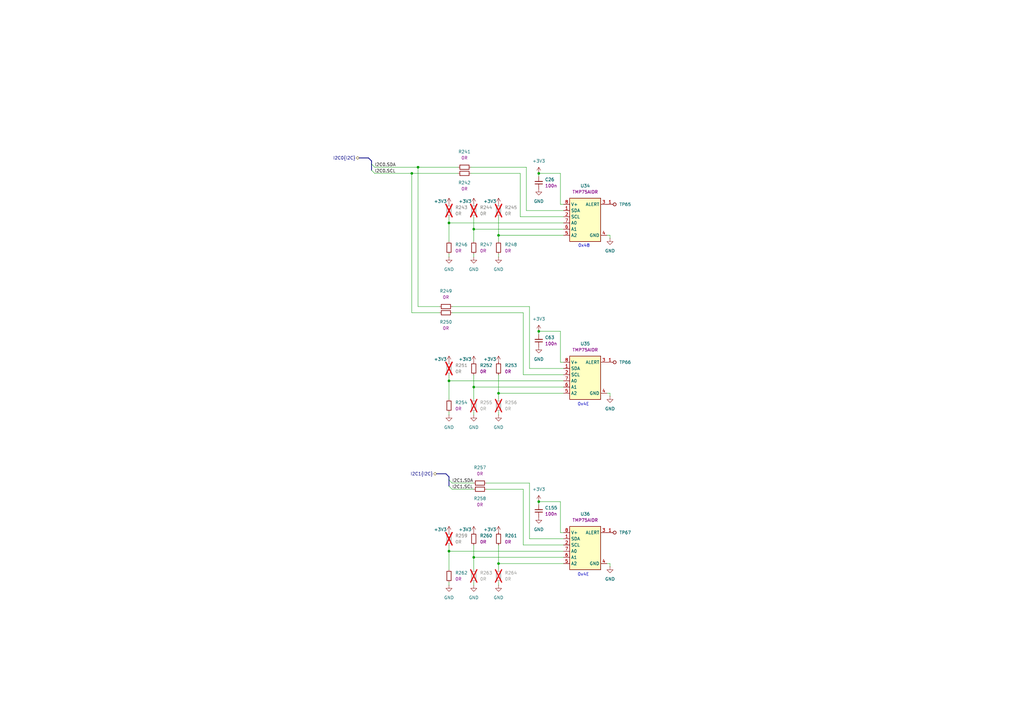
<source format=kicad_sch>
(kicad_sch (version 20250114) (generator "eeschema") (generator_version "9.0")
  (paper "A3")
  (title_block (title "BMC Reference Carrier Board") (date "2025-08-14") (rev "1.0.0"))
  (lib_symbols
    (symbol "antmicroCapacitors0402:C_100n_0402" (pin_numbers (hide yes)) (pin_names (hide yes))
      (property "Reference" "C" (at 20.32 -5.08 0))
      (property "Val" "100n" (at 20.32 -7.62 0))
      (symbol "C_100n_0402_0_1"
        (polyline (pts (xy 2.032 -1.524) (xy 2.032 1.524)) (stroke (width 0.3048)))
        (polyline (pts (xy 3.048 -1.524) (xy 3.048 1.524)) (stroke (width 0.3302)))
      )
      (symbol "C_100n_0402_1_1"
        (pin passive line (at 0 0 0) (length 2.032) (name "~") (number "1"))
        (pin passive line (at 5.08 0 180) (length 2.032) (name "~") (number "2"))
      )
    )
    (symbol "antmicroResistors0402:R_0R_0402" (pin_numbers (hide yes)) (pin_names (hide yes))
      (property "Reference" "R" (at 20.32 -5.08 0))
      (property "Val" "0R" (at 20.32 -7.62 0))
      (symbol "R_0R_0402_0_1"
        (rectangle (start 0.635 0.889) (end 4.445 -0.889) (stroke (width 0.254)))
      )
      (symbol "R_0R_0402_1_1"
        (pin passive line (at 0 0 0) (length 0.635) (name "~") (number "1"))
        (pin passive line (at 5.08 0 180) (length 0.635) (name "~") (number "2"))
      )
    )
    (symbol "antmicroTemperatureSensorsAnalogandDigitalOutput:TMP75AIDR"
      (property "Reference" "U" (at 33.02 -2.54 0))
      (property "MPN" "TMP75AIDR" (at 33.02 -5.08 0))
      (symbol "TMP75AIDR_1_1"
        (rectangle (start 2.54 2.54) (end 15.24 -15.24) (stroke (width 0.254)) (fill (type background)))
        (pin power_in line (at 0 0 0) (length 2.54) (name "V+") (number "8"))
        (pin bidirectional line (at 0 -2.54 0) (length 2.54) (name "SDA") (number "1"))
        (pin input line (at 0 -5.08 0) (length 2.54) (name "SCL") (number "2"))
        (pin input line (at 0 -7.62 0) (length 2.54) (name "A0") (number "7"))
        (pin input line (at 0 -10.16 0) (length 2.54) (name "A1") (number "6"))
        (pin input line (at 0 -12.7 0) (length 2.54) (name "A2") (number "5"))
        (pin output line (at 17.78 0 180) (length 2.54) (name "ALERT") (number "3"))
        (pin power_in line (at 17.78 -12.7 180) (length 2.54) (name "GND") (number "4"))
      )
    )
    (symbol "antmicroTestPoints:TP_0.75mm_SMD" (pin_names (hide yes)) (in_bom no)
      (property "Reference" "TP" (at 10.16 -1.27 0))
      (symbol "TP_0.75mm_SMD_1_1"
        (circle (center 3.175 0) (radius 0.635) (stroke (width 0.254)))
        (pin passive line (at 0 0 0) (length 2.54) (name "1") (number "1"))
      )
    )
    (symbol "antmicropower:+3V3" (power) (pin_numbers (hide yes)) (pin_names (hide yes))
      (property "Value" "+3V3" (at -3.175 2.54 0))
      (symbol "+3V3_0_1"
        (polyline (pts (xy 0 2.54) (xy -0.762 1.27)))
        (polyline (pts (xy 0 2.54) (xy 0.762 1.27)))
        (polyline (pts (xy 0 0) (xy 0 2.54)))
      )
      (symbol "+3V3_1_1"
        (pin power_in line (at 0 0 90) (length 0) (hide yes) (name "+3V3") (number "1"))
      )
    )
    (symbol "antmicropower:GND" (power) (pin_numbers (hide yes)) (pin_names (hide yes))
      (property "Value" "GND" (at 8.89 -5.08 0))
      (symbol "GND_1_1"
        (polyline (pts (xy 0 0) (xy 0 -1.27) (xy 1.27 -1.27) (xy 0 -2.54) (xy -1.27 -1.27) (xy 0 -1.27)))
        (pin power_in line (at 0 0 270) (length 0) (name "GND") (number "1"))
      )
    )
  )
  (text "0x48\n" (at 239.522 100.838 0) (effects (font (size 1.27 1.27))))
  (text "0x4E\n" (at 239.268 165.862 0) (effects (font (size 1.27 1.27))))
  (text "0x4E\n" (at 239.268 235.712 0) (effects (font (size 1.27 1.27))))
  (junction (at 194.31 228.6))
  (junction (at 220.98 71.12))
  (junction (at 184.15 91.44))
  (junction (at 184.15 156.21))
  (junction (at 220.98 205.74))
  (junction (at 184.15 226.06))
  (junction (at 204.47 96.52))
  (junction (at 171.45 68.58))
  (junction (at 194.31 158.75))
  (junction (at 220.98 135.89))
  (junction (at 194.31 93.98))
  (junction (at 168.91 71.12))
  (junction (at 204.47 161.29))
  (junction (at 204.47 231.14))
  (bus_entry (at 152.4 69.85) (size 1.27 1.27))
  (bus_entry (at 152.4 67.31) (size 1.27 1.27))
  (bus_entry (at 184.15 196.85) (size 1.27 1.27))
  (bus_entry (at 184.15 199.39) (size 1.27 1.27))
  (wire (pts (xy 204.47 231.14) (xy 231.14 231.14)))
  (wire (pts (xy 184.15 223.52) (xy 184.15 226.06)))
  (wire (pts (xy 214.63 200.66) (xy 199.39 200.66)))
  (wire (pts (xy 217.17 220.98) (xy 231.14 220.98)))
  (bus (pts (xy 184.15 196.85) (xy 184.15 199.39)))
  (wire (pts (xy 229.87 71.12) (xy 220.98 71.12)))
  (wire (pts (xy 250.19 231.14) (xy 250.19 232.41)))
  (wire (pts (xy 220.98 205.74) (xy 220.98 207.01)))
  (wire (pts (xy 184.15 226.06) (xy 184.15 233.68)))
  (wire (pts (xy 214.63 128.27) (xy 214.63 153.67)))
  (wire (pts (xy 229.87 205.74) (xy 220.98 205.74)))
  (wire (pts (xy 231.14 88.9) (xy 213.36 88.9)))
  (wire (pts (xy 194.31 228.6) (xy 194.31 233.68)))
  (bus (pts (xy 152.4 66.04) (xy 152.4 67.31)))
  (wire (pts (xy 184.15 88.9) (xy 184.15 91.44)))
  (wire (pts (xy 204.47 104.14) (xy 204.47 105.41)))
  (wire (pts (xy 229.87 83.82) (xy 229.87 71.12)))
  (wire (pts (xy 184.15 156.21) (xy 231.14 156.21)))
  (wire (pts (xy 204.47 238.76) (xy 204.47 240.03)))
  (wire (pts (xy 204.47 231.14) (xy 204.47 233.68)))
  (wire (pts (xy 229.87 135.89) (xy 220.98 135.89)))
  (wire (pts (xy 204.47 161.29) (xy 231.14 161.29)))
  (wire (pts (xy 184.15 238.76) (xy 184.15 240.03)))
  (wire (pts (xy 217.17 198.12) (xy 217.17 220.98)))
  (wire (pts (xy 229.87 218.44) (xy 231.14 218.44)))
  (wire (pts (xy 184.15 91.44) (xy 231.14 91.44)))
  (wire (pts (xy 248.92 231.14) (xy 250.19 231.14)))
  (wire (pts (xy 194.31 168.91) (xy 194.31 170.18)))
  (wire (pts (xy 204.47 223.52) (xy 204.47 231.14)))
  (wire (pts (xy 194.31 158.75) (xy 231.14 158.75)))
  (bus (pts (xy 179.07 194.31) (xy 182.88 194.31)))
  (wire (pts (xy 171.45 68.58) (xy 171.45 125.73)))
  (wire (pts (xy 215.9 86.36) (xy 231.14 86.36)))
  (wire (pts (xy 185.42 125.73) (xy 217.17 125.73)))
  (wire (pts (xy 213.36 71.12) (xy 193.04 71.12)))
  (wire (pts (xy 229.87 83.82) (xy 231.14 83.82)))
  (wire (pts (xy 220.98 135.89) (xy 220.98 137.16)))
  (wire (pts (xy 204.47 88.9) (xy 204.47 96.52)))
  (bus (pts (xy 184.15 195.58) (xy 184.15 196.85)))
  (wire (pts (xy 248.92 96.52) (xy 250.19 96.52)))
  (bus (pts (xy 182.88 194.31) (xy 184.15 195.58)))
  (wire (pts (xy 214.63 223.52) (xy 214.63 200.66)))
  (wire (pts (xy 199.39 198.12) (xy 217.17 198.12)))
  (wire (pts (xy 184.15 226.06) (xy 231.14 226.06)))
  (wire (pts (xy 204.47 161.29) (xy 204.47 163.83)))
  (wire (pts (xy 193.04 68.58) (xy 215.9 68.58)))
  (wire (pts (xy 231.14 223.52) (xy 214.63 223.52)))
  (wire (pts (xy 248.92 161.29) (xy 250.19 161.29)))
  (wire (pts (xy 194.31 88.9) (xy 194.31 93.98)))
  (wire (pts (xy 214.63 153.67) (xy 231.14 153.67)))
  (wire (pts (xy 184.15 168.91) (xy 184.15 170.18)))
  (wire (pts (xy 229.87 148.59) (xy 231.14 148.59)))
  (wire (pts (xy 204.47 168.91) (xy 204.47 170.18)))
  (wire (pts (xy 184.15 91.44) (xy 184.15 99.06)))
  (wire (pts (xy 194.31 228.6) (xy 231.14 228.6)))
  (wire (pts (xy 204.47 96.52) (xy 204.47 99.06)))
  (wire (pts (xy 184.15 104.14) (xy 184.15 105.41)))
  (wire (pts (xy 250.19 96.52) (xy 250.19 97.79)))
  (bus (pts (xy 152.4 67.31) (xy 152.4 69.85)))
  (wire (pts (xy 185.42 198.12) (xy 194.31 198.12)))
  (wire (pts (xy 217.17 125.73) (xy 217.17 151.13)))
  (wire (pts (xy 204.47 96.52) (xy 231.14 96.52)))
  (wire (pts (xy 194.31 93.98) (xy 231.14 93.98)))
  (wire (pts (xy 194.31 223.52) (xy 194.31 228.6)))
  (wire (pts (xy 184.15 153.67) (xy 184.15 156.21)))
  (wire (pts (xy 153.67 68.58) (xy 171.45 68.58)))
  (wire (pts (xy 194.31 238.76) (xy 194.31 240.03)))
  (wire (pts (xy 185.42 200.66) (xy 194.31 200.66)))
  (wire (pts (xy 215.9 68.58) (xy 215.9 86.36)))
  (wire (pts (xy 194.31 153.67) (xy 194.31 158.75)))
  (wire (pts (xy 213.36 88.9) (xy 213.36 71.12)))
  (wire (pts (xy 168.91 128.27) (xy 180.34 128.27)))
  (wire (pts (xy 194.31 93.98) (xy 194.31 99.06)))
  (wire (pts (xy 184.15 156.21) (xy 184.15 163.83)))
  (wire (pts (xy 168.91 71.12) (xy 187.96 71.12)))
  (bus (pts (xy 151.13 64.77) (xy 152.4 66.04)))
  (wire (pts (xy 171.45 68.58) (xy 187.96 68.58)))
  (wire (pts (xy 229.87 148.59) (xy 229.87 135.89)))
  (wire (pts (xy 153.67 71.12) (xy 168.91 71.12)))
  (wire (pts (xy 204.47 153.67) (xy 204.47 161.29)))
  (wire (pts (xy 194.31 158.75) (xy 194.31 163.83)))
  (bus (pts (xy 147.32 64.77) (xy 151.13 64.77)))
  (wire (pts (xy 185.42 128.27) (xy 214.63 128.27)))
  (wire (pts (xy 229.87 218.44) (xy 229.87 205.74)))
  (wire (pts (xy 168.91 128.27) (xy 168.91 71.12)))
  (wire (pts (xy 171.45 125.73) (xy 180.34 125.73)))
  (wire (pts (xy 220.98 71.12) (xy 220.98 72.39)))
  (wire (pts (xy 250.19 161.29) (xy 250.19 162.56)))
  (wire (pts (xy 194.31 104.14) (xy 194.31 105.41)))
  (wire (pts (xy 217.17 151.13) (xy 231.14 151.13)))
  (label "I2C0.SCL" (at 153.67 71.12 0))
  (label "I2C1.SDA" (at 185.42 198.12 0))
  (label "I2C0.SDA" (at 153.67 68.58 0))
  (label "I2C1.SCL" (at 185.42 200.66 0))
  (hierarchical_label "I2C1{I2C}" (shape bidirectional) (at 179.07 194.31 180))
  (hierarchical_label "I2C0{I2C}" (shape bidirectional) (at 147.32 64.77 180))
  (symbol (lib_id "antmicroResistors0402:R_0R_0402") (at 184.15 238.76 90) (unit 1)
    (property "Reference" "R262" (at 186.69 234.95 90) (effects (justify right)))
    (property "Value" "R_0R_0402" (effects (hide yes)))
    (property "Footprint" "antmicro-footprints:R_0402_1005Metric" (effects (hide yes)))
    (property "Datasheet" "https://industrial.panasonic.com/cdbs/www-data/pdf/RDA0000/AOA0000C301.pdf" (effects (hide yes)))
    (property "Description" "SMD Chip Resistor, Jumper, 0 ohm, 100 mW, 0402 [1005 Metric], Thick Film, General Purpose" (effects (hide yes)))
    (property "MPN" "ERJ2GE0R00X" (effects (hide yes)))
    (property "Manufacturer" "Panasonic" (effects (hide yes)))
    (property "License" "Apache-2.0" (effects (hide yes)))
    (property "Author" "Antmicro" (effects (hide yes)))
    (property "Val" "0R" (at 186.69 237.49 90) (effects (justify right)))
    (property "Current" "1A" (effects (hide yes)))
  )
  (symbol (lib_id "antmicropower:+3V3") (at 184.15 148.59 0) (unit 1)
    (property "Reference" "#PWR0283" (effects (hide yes)))
    (property "Value" "+3V3" (at 180.594 147.32 0))
    (property "Author" "Antmicro" (effects (hide yes)))
    (property "License" "Apache-2.0" (effects (hide yes)))
  )
  (symbol (lib_id "antmicroResistors0402:R_0R_0402") (at 180.34 128.27 0) (unit 1)
    (property "Reference" "R250" (at 182.88 132.08 0))
    (property "Value" "R_0R_0402" (effects (hide yes)))
    (property "Footprint" "antmicro-footprints:R_0402_1005Metric" (effects (hide yes)))
    (property "Datasheet" "https://industrial.panasonic.com/cdbs/www-data/pdf/RDA0000/AOA0000C301.pdf" (effects (hide yes)))
    (property "Description" "SMD Chip Resistor, Jumper, 0 ohm, 100 mW, 0402 [1005 Metric], Thick Film, General Purpose" (effects (hide yes)))
    (property "MPN" "ERJ2GE0R00X" (effects (hide yes)))
    (property "Manufacturer" "Panasonic" (effects (hide yes)))
    (property "License" "Apache-2.0" (effects (hide yes)))
    (property "Author" "Antmicro" (effects (hide yes)))
    (property "Val" "0R" (at 182.88 134.62 0))
    (property "Current" "1A" (effects (hide yes)))
  )
  (symbol (lib_id "antmicroResistors0402:R_0R_0402") (at 204.47 168.91 90) (unit 1) (in_bom no) (dnp yes)
    (property "Reference" "R256" (at 207.01 165.1 90) (effects (justify right)))
    (property "Value" "R_0R_0402" (effects (hide yes)))
    (property "Footprint" "antmicro-footprints:R_0402_1005Metric" (effects (hide yes)))
    (property "Datasheet" "https://industrial.panasonic.com/cdbs/www-data/pdf/RDA0000/AOA0000C301.pdf" (effects (hide yes)))
    (property "Description" "SMD Chip Resistor, Jumper, 0 ohm, 100 mW, 0402 [1005 Metric], Thick Film, General Purpose" (effects (hide yes)))
    (property "MPN" "ERJ2GE0R00X" (effects (hide yes)))
    (property "Manufacturer" "Panasonic" (effects (hide yes)))
    (property "License" "Apache-2.0" (effects (hide yes)))
    (property "Author" "Antmicro" (effects (hide yes)))
    (property "Val" "0R" (at 207.01 167.64 90) (effects (justify right)))
    (property "Current" "1A" (effects (hide yes)))
  )
  (symbol (lib_id "antmicroResistors0402:R_0R_0402") (at 194.31 153.67 90) (unit 1)
    (property "Reference" "R252" (at 196.85 149.86 90) (effects (justify right)))
    (property "Value" "R_0R_0402" (effects (hide yes)))
    (property "Footprint" "antmicro-footprints:R_0402_1005Metric" (effects (hide yes)))
    (property "Datasheet" "https://industrial.panasonic.com/cdbs/www-data/pdf/RDA0000/AOA0000C301.pdf" (effects (hide yes)))
    (property "Description" "SMD Chip Resistor, Jumper, 0 ohm, 100 mW, 0402 [1005 Metric], Thick Film, General Purpose" (effects (hide yes)))
    (property "MPN" "ERJ2GE0R00X" (effects (hide yes)))
    (property "Manufacturer" "Panasonic" (effects (hide yes)))
    (property "License" "Apache-2.0" (effects (hide yes)))
    (property "Author" "Antmicro" (effects (hide yes)))
    (property "Val" "0R" (at 196.85 152.4 90) (effects (justify right)))
    (property "Current" "1A" (effects (hide yes)))
  )
  (symbol (lib_id "antmicroResistors0402:R_0R_0402") (at 184.15 104.14 90) (unit 1)
    (property "Reference" "R246" (at 186.69 100.33 90) (effects (justify right)))
    (property "Value" "R_0R_0402" (effects (hide yes)))
    (property "Footprint" "antmicro-footprints:R_0402_1005Metric" (effects (hide yes)))
    (property "Datasheet" "https://industrial.panasonic.com/cdbs/www-data/pdf/RDA0000/AOA0000C301.pdf" (effects (hide yes)))
    (property "Description" "SMD Chip Resistor, Jumper, 0 ohm, 100 mW, 0402 [1005 Metric], Thick Film, General Purpose" (effects (hide yes)))
    (property "MPN" "ERJ2GE0R00X" (effects (hide yes)))
    (property "Manufacturer" "Panasonic" (effects (hide yes)))
    (property "License" "Apache-2.0" (effects (hide yes)))
    (property "Author" "Antmicro" (effects (hide yes)))
    (property "Val" "0R" (at 186.69 102.87 90) (effects (justify right)))
    (property "Current" "1A" (effects (hide yes)))
  )
  (symbol (lib_id "antmicropower:+3V3") (at 220.98 71.12 0) (unit 1)
    (property "Reference" "#PWR0272" (effects (hide yes)))
    (property "Value" "+3V3" (at 220.98 66.04 0))
    (property "Author" "Antmicro" (effects (hide yes)))
    (property "License" "Apache-2.0" (effects (hide yes)))
  )
  (symbol (lib_id "antmicroResistors0402:R_0R_0402") (at 187.96 68.58 0) (unit 1)
    (property "Reference" "R241" (at 190.5 62.23 0))
    (property "Value" "R_0R_0402" (effects (hide yes)))
    (property "Footprint" "antmicro-footprints:R_0402_1005Metric" (effects (hide yes)))
    (property "Datasheet" "https://industrial.panasonic.com/cdbs/www-data/pdf/RDA0000/AOA0000C301.pdf" (effects (hide yes)))
    (property "Description" "SMD Chip Resistor, Jumper, 0 ohm, 100 mW, 0402 [1005 Metric], Thick Film, General Purpose" (effects (hide yes)))
    (property "MPN" "ERJ2GE0R00X" (effects (hide yes)))
    (property "Manufacturer" "Panasonic" (effects (hide yes)))
    (property "License" "Apache-2.0" (effects (hide yes)))
    (property "Author" "Antmicro" (effects (hide yes)))
    (property "Val" "0R" (at 190.5 64.77 0))
    (property "Current" "1A" (effects (hide yes)))
  )
  (symbol (lib_id "antmicroResistors0402:R_0R_0402") (at 184.15 223.52 90) (unit 1) (in_bom no) (dnp yes)
    (property "Reference" "R259" (at 186.69 219.71 90) (effects (justify right)))
    (property "Value" "R_0R_0402" (effects (hide yes)))
    (property "Footprint" "antmicro-footprints:R_0402_1005Metric" (effects (hide yes)))
    (property "Datasheet" "https://industrial.panasonic.com/cdbs/www-data/pdf/RDA0000/AOA0000C301.pdf" (effects (hide yes)))
    (property "Description" "SMD Chip Resistor, Jumper, 0 ohm, 100 mW, 0402 [1005 Metric], Thick Film, General Purpose" (effects (hide yes)))
    (property "MPN" "ERJ2GE0R00X" (effects (hide yes)))
    (property "Manufacturer" "Panasonic" (effects (hide yes)))
    (property "License" "Apache-2.0" (effects (hide yes)))
    (property "Author" "Antmicro" (effects (hide yes)))
    (property "Val" "0R" (at 186.69 222.25 90) (effects (justify right)))
    (property "Current" "1A" (effects (hide yes)))
  )
  (symbol (lib_id "antmicroResistors0402:R_0R_0402") (at 204.47 88.9 90) (unit 1) (in_bom no) (dnp yes)
    (property "Reference" "R245" (at 207.01 85.09 90) (effects (justify right)))
    (property "Value" "R_0R_0402" (effects (hide yes)))
    (property "Footprint" "antmicro-footprints:R_0402_1005Metric" (effects (hide yes)))
    (property "Datasheet" "https://industrial.panasonic.com/cdbs/www-data/pdf/RDA0000/AOA0000C301.pdf" (effects (hide yes)))
    (property "Description" "SMD Chip Resistor, Jumper, 0 ohm, 100 mW, 0402 [1005 Metric], Thick Film, General Purpose" (effects (hide yes)))
    (property "MPN" "ERJ2GE0R00X" (effects (hide yes)))
    (property "Manufacturer" "Panasonic" (effects (hide yes)))
    (property "License" "Apache-2.0" (effects (hide yes)))
    (property "Author" "Antmicro" (effects (hide yes)))
    (property "Val" "0R" (at 207.01 87.63 90) (effects (justify right)))
    (property "Current" "1A" (effects (hide yes)))
  )
  (symbol (lib_id "antmicropower:GND") (at 250.19 162.56 0) (unit 1)
    (property "Reference" "#PWR0286" (effects (hide yes)))
    (property "Value" "GND" (at 250.19 167.64 0))
    (property "Author" "Antmicro" (effects (hide yes)))
    (property "License" "Apache-2.0" (effects (hide yes)))
  )
  (symbol (lib_id "antmicropower:+3V3") (at 194.31 83.82 0) (unit 1)
    (property "Reference" "#PWR0275" (effects (hide yes)))
    (property "Value" "+3V3" (at 190.754 82.55 0))
    (property "Author" "Antmicro" (effects (hide yes)))
    (property "License" "Apache-2.0" (effects (hide yes)))
  )
  (symbol (lib_id "antmicropower:+3V3") (at 204.47 218.44 0) (unit 1)
    (property "Reference" "#PWR0295" (effects (hide yes)))
    (property "Value" "+3V3" (at 200.914 217.17 0))
    (property "Author" "Antmicro" (effects (hide yes)))
    (property "License" "Apache-2.0" (effects (hide yes)))
  )
  (symbol (lib_id "antmicropower:GND") (at 204.47 105.41 0) (unit 1)
    (property "Reference" "#PWR0280" (effects (hide yes)))
    (property "Value" "GND" (at 204.47 110.49 0))
    (property "Author" "Antmicro" (effects (hide yes)))
    (property "License" "Apache-2.0" (effects (hide yes)))
  )
  (symbol (lib_id "antmicropower:+3V3") (at 194.31 218.44 0) (unit 1)
    (property "Reference" "#PWR0294" (effects (hide yes)))
    (property "Value" "+3V3" (at 190.754 217.17 0))
    (property "Author" "Antmicro" (effects (hide yes)))
    (property "License" "Apache-2.0" (effects (hide yes)))
  )
  (symbol (lib_id "antmicroTestPoints:TP_0.75mm_SMD") (at 248.92 218.44 0) (unit 1) (in_bom no)
    (property "Reference" "TP67" (at 254 218.44 0) (effects (justify left)))
    (property "Value" "TP_0.75mm_SMD" (effects (hide yes)))
    (property "Footprint" "antmicro-footprints:TP_SMD_0.75mm" (effects (hide yes)))
    (property "Description" "SMT test point" (effects (hide yes)))
    (property "Author" "Antmicro" (effects (hide yes)))
    (property "License" "Apache-2.0" (effects (hide yes)))
  )
  (symbol (lib_id "antmicroTestPoints:TP_0.75mm_SMD") (at 248.92 83.82 0) (unit 1) (in_bom no)
    (property "Reference" "TP65" (at 254 83.82 0) (effects (justify left)))
    (property "Value" "TP_0.75mm_SMD" (effects (hide yes)))
    (property "Footprint" "antmicro-footprints:TP_SMD_0.75mm" (effects (hide yes)))
    (property "Description" "SMT test point" (effects (hide yes)))
    (property "Author" "Antmicro" (effects (hide yes)))
    (property "License" "Apache-2.0" (effects (hide yes)))
  )
  (symbol (lib_id "antmicropower:GND") (at 194.31 170.18 0) (unit 1)
    (property "Reference" "#PWR0288" (effects (hide yes)))
    (property "Value" "GND" (at 194.31 175.26 0))
    (property "Author" "Antmicro" (effects (hide yes)))
    (property "License" "Apache-2.0" (effects (hide yes)))
  )
  (symbol (lib_id "antmicroResistors0402:R_0R_0402") (at 204.47 223.52 90) (unit 1)
    (property "Reference" "R261" (at 207.01 219.71 90) (effects (justify right)))
    (property "Value" "R_0R_0402" (effects (hide yes)))
    (property "Footprint" "antmicro-footprints:R_0402_1005Metric" (effects (hide yes)))
    (property "Datasheet" "https://industrial.panasonic.com/cdbs/www-data/pdf/RDA0000/AOA0000C301.pdf" (effects (hide yes)))
    (property "Description" "SMD Chip Resistor, Jumper, 0 ohm, 100 mW, 0402 [1005 Metric], Thick Film, General Purpose" (effects (hide yes)))
    (property "MPN" "ERJ2GE0R00X" (effects (hide yes)))
    (property "Manufacturer" "Panasonic" (effects (hide yes)))
    (property "License" "Apache-2.0" (effects (hide yes)))
    (property "Author" "Antmicro" (effects (hide yes)))
    (property "Val" "0R" (at 207.01 222.25 90) (effects (justify right)))
    (property "Current" "1A" (effects (hide yes)))
  )
  (symbol (lib_id "antmicroResistors0402:R_0R_0402") (at 194.31 88.9 90) (unit 1) (in_bom no) (dnp yes)
    (property "Reference" "R244" (at 196.85 85.09 90) (effects (justify right)))
    (property "Value" "R_0R_0402" (effects (hide yes)))
    (property "Footprint" "antmicro-footprints:R_0402_1005Metric" (effects (hide yes)))
    (property "Datasheet" "https://industrial.panasonic.com/cdbs/www-data/pdf/RDA0000/AOA0000C301.pdf" (effects (hide yes)))
    (property "Description" "SMD Chip Resistor, Jumper, 0 ohm, 100 mW, 0402 [1005 Metric], Thick Film, General Purpose" (effects (hide yes)))
    (property "MPN" "ERJ2GE0R00X" (effects (hide yes)))
    (property "Manufacturer" "Panasonic" (effects (hide yes)))
    (property "License" "Apache-2.0" (effects (hide yes)))
    (property "Author" "Antmicro" (effects (hide yes)))
    (property "Val" "0R" (at 196.85 87.63 90) (effects (justify right)))
    (property "Current" "1A" (effects (hide yes)))
  )
  (symbol (lib_id "antmicropower:GND") (at 184.15 105.41 0) (unit 1)
    (property "Reference" "#PWR0278" (effects (hide yes)))
    (property "Value" "GND" (at 184.15 110.49 0))
    (property "Author" "Antmicro" (effects (hide yes)))
    (property "License" "Apache-2.0" (effects (hide yes)))
  )
  (symbol (lib_id "antmicroResistors0402:R_0R_0402") (at 184.15 168.91 90) (unit 1)
    (property "Reference" "R254" (at 186.69 165.1 90) (effects (justify right)))
    (property "Value" "R_0R_0402" (effects (hide yes)))
    (property "Footprint" "antmicro-footprints:R_0402_1005Metric" (effects (hide yes)))
    (property "Datasheet" "https://industrial.panasonic.com/cdbs/www-data/pdf/RDA0000/AOA0000C301.pdf" (effects (hide yes)))
    (property "Description" "SMD Chip Resistor, Jumper, 0 ohm, 100 mW, 0402 [1005 Metric], Thick Film, General Purpose" (effects (hide yes)))
    (property "MPN" "ERJ2GE0R00X" (effects (hide yes)))
    (property "Manufacturer" "Panasonic" (effects (hide yes)))
    (property "License" "Apache-2.0" (effects (hide yes)))
    (property "Author" "Antmicro" (effects (hide yes)))
    (property "Val" "0R" (at 186.69 167.64 90) (effects (justify right)))
    (property "Current" "1A" (effects (hide yes)))
  )
  (symbol (lib_id "antmicroResistors0402:R_0R_0402") (at 187.96 71.12 0) (unit 1)
    (property "Reference" "R242" (at 190.5 74.93 0))
    (property "Value" "R_0R_0402" (effects (hide yes)))
    (property "Footprint" "antmicro-footprints:R_0402_1005Metric" (effects (hide yes)))
    (property "Datasheet" "https://industrial.panasonic.com/cdbs/www-data/pdf/RDA0000/AOA0000C301.pdf" (effects (hide yes)))
    (property "Description" "SMD Chip Resistor, Jumper, 0 ohm, 100 mW, 0402 [1005 Metric], Thick Film, General Purpose" (effects (hide yes)))
    (property "MPN" "ERJ2GE0R00X" (effects (hide yes)))
    (property "Manufacturer" "Panasonic" (effects (hide yes)))
    (property "License" "Apache-2.0" (effects (hide yes)))
    (property "Author" "Antmicro" (effects (hide yes)))
    (property "Val" "0R" (at 190.5 77.47 0))
    (property "Current" "1A" (effects (hide yes)))
  )
  (symbol (lib_id "antmicropower:+3V3") (at 220.98 205.74 0) (unit 1)
    (property "Reference" "#PWR0291" (effects (hide yes)))
    (property "Value" "+3V3" (at 220.98 200.66 0))
    (property "Author" "Antmicro" (effects (hide yes)))
    (property "License" "Apache-2.0" (effects (hide yes)))
  )
  (symbol (lib_id "antmicroResistors0402:R_0R_0402") (at 194.31 104.14 90) (unit 1)
    (property "Reference" "R247" (at 196.85 100.33 90) (effects (justify right)))
    (property "Value" "R_0R_0402" (effects (hide yes)))
    (property "Footprint" "antmicro-footprints:R_0402_1005Metric" (effects (hide yes)))
    (property "Datasheet" "https://industrial.panasonic.com/cdbs/www-data/pdf/RDA0000/AOA0000C301.pdf" (effects (hide yes)))
    (property "Description" "SMD Chip Resistor, Jumper, 0 ohm, 100 mW, 0402 [1005 Metric], Thick Film, General Purpose" (effects (hide yes)))
    (property "MPN" "ERJ2GE0R00X" (effects (hide yes)))
    (property "Manufacturer" "Panasonic" (effects (hide yes)))
    (property "License" "Apache-2.0" (effects (hide yes)))
    (property "Author" "Antmicro" (effects (hide yes)))
    (property "Val" "0R" (at 196.85 102.87 90) (effects (justify right)))
    (property "Current" "1A" (effects (hide yes)))
  )
  (symbol (lib_id "antmicropower:GND") (at 220.98 212.09 0) (unit 1)
    (property "Reference" "#PWR0292" (effects (hide yes)))
    (property "Value" "GND" (at 220.98 217.17 0))
    (property "Author" "Antmicro" (effects (hide yes)))
    (property "License" "Apache-2.0" (effects (hide yes)))
  )
  (symbol (lib_id "antmicroCapacitors0402:C_100n_0402") (at 220.98 142.24 90) (unit 1)
    (property "Reference" "C63" (at 223.52 138.4236 90) (effects (justify right)))
    (property "Value" "C_100n_0402" (effects (hide yes)))
    (property "Footprint" "antmicro-footprints:C_0402_1005Metric" (effects (hide yes)))
    (property "Datasheet" "https://www.murata.com/products/productdetail?partno=GRM155R61H104KE14%23" (effects (hide yes)))
    (property "Description" "SMD Multilayer Ceramic Capacitor, 0.1 µF, 50 V, 0402 [1005 Metric], ± 10%, X5R, GRM Series" (effects (hide yes)))
    (property "MPN" "GRM155R61H104KE14D" (effects (hide yes)))
    (property "Manufacturer" "Murata" (effects (hide yes)))
    (property "License" "Apache-2.0" (effects (hide yes)))
    (property "Author" "Antmicro" (effects (hide yes)))
    (property "Val" "100n" (at 223.52 140.9636 90) (effects (justify right)))
    (property "Voltage" "50V" (effects (hide yes)))
    (property "Dielectric" "X5R" (effects (hide yes)))
  )
  (symbol (lib_id "antmicropower:+3V3") (at 204.47 83.82 0) (unit 1)
    (property "Reference" "#PWR0276" (effects (hide yes)))
    (property "Value" "+3V3" (at 200.914 82.55 0))
    (property "Author" "Antmicro" (effects (hide yes)))
    (property "License" "Apache-2.0" (effects (hide yes)))
  )
  (symbol (lib_id "antmicropower:GND") (at 250.19 97.79 0) (unit 1)
    (property "Reference" "#PWR0277" (effects (hide yes)))
    (property "Value" "GND" (at 250.19 102.87 0))
    (property "Author" "Antmicro" (effects (hide yes)))
    (property "License" "Apache-2.0" (effects (hide yes)))
  )
  (symbol (lib_id "antmicroResistors0402:R_0R_0402") (at 204.47 238.76 90) (unit 1) (in_bom no) (dnp yes)
    (property "Reference" "R264" (at 207.01 234.95 90) (effects (justify right)))
    (property "Value" "R_0R_0402" (effects (hide yes)))
    (property "Footprint" "antmicro-footprints:R_0402_1005Metric" (effects (hide yes)))
    (property "Datasheet" "https://industrial.panasonic.com/cdbs/www-data/pdf/RDA0000/AOA0000C301.pdf" (effects (hide yes)))
    (property "Description" "SMD Chip Resistor, Jumper, 0 ohm, 100 mW, 0402 [1005 Metric], Thick Film, General Purpose" (effects (hide yes)))
    (property "MPN" "ERJ2GE0R00X" (effects (hide yes)))
    (property "Manufacturer" "Panasonic" (effects (hide yes)))
    (property "License" "Apache-2.0" (effects (hide yes)))
    (property "Author" "Antmicro" (effects (hide yes)))
    (property "Val" "0R" (at 207.01 237.49 90) (effects (justify right)))
    (property "Current" "1A" (effects (hide yes)))
  )
  (symbol (lib_id "antmicroResistors0402:R_0R_0402") (at 194.31 223.52 90) (unit 1)
    (property "Reference" "R260" (at 196.85 219.71 90) (effects (justify right)))
    (property "Value" "R_0R_0402" (effects (hide yes)))
    (property "Footprint" "antmicro-footprints:R_0402_1005Metric" (effects (hide yes)))
    (property "Datasheet" "https://industrial.panasonic.com/cdbs/www-data/pdf/RDA0000/AOA0000C301.pdf" (effects (hide yes)))
    (property "Description" "SMD Chip Resistor, Jumper, 0 ohm, 100 mW, 0402 [1005 Metric], Thick Film, General Purpose" (effects (hide yes)))
    (property "MPN" "ERJ2GE0R00X" (effects (hide yes)))
    (property "Manufacturer" "Panasonic" (effects (hide yes)))
    (property "License" "Apache-2.0" (effects (hide yes)))
    (property "Author" "Antmicro" (effects (hide yes)))
    (property "Val" "0R" (at 196.85 222.25 90) (effects (justify right)))
    (property "Current" "1A" (effects (hide yes)))
  )
  (symbol (lib_id "antmicroTemperatureSensorsAnalogandDigitalOutput:TMP75AIDR") (at 231.14 218.44 0) (unit 1)
    (property "Reference" "U36" (at 240.03 210.82 0))
    (property "Value" "TMP75AIDR" (effects (hide yes)))
    (property "Footprint" "antmicro-footprints:SOIC-8_3.9x4.9x1.75mm_P1.27mm" (effects (hide yes)))
    (property "Datasheet" "https://www.ti.com/lit/ds/symlink/tmp75.pdf?ts=1728910442898&ref_url=https%253A%252F%252Fwww.ti.com%252Fproduct%252FTMP75" (effects (hide yes)))
    (property "Description" "Temperature Sensor With I2C and SMBus Interface in Industry Standard LM75" (effects (hide yes)))
    (property "MPN" "TMP75AIDR" (at 240.03 213.36 0))
    (property "Manufacturer" "Texas Instruments" (effects (hide yes)))
    (property "Author" "Antmicro" (effects (hide yes)))
    (property "License" "Apache-2.0" (effects (hide yes)))
  )
  (symbol (lib_id "antmicroTestPoints:TP_0.75mm_SMD") (at 248.92 148.59 0) (unit 1) (in_bom no)
    (property "Reference" "TP66" (at 254 148.59 0) (effects (justify left)))
    (property "Value" "TP_0.75mm_SMD" (effects (hide yes)))
    (property "Footprint" "antmicro-footprints:TP_SMD_0.75mm" (effects (hide yes)))
    (property "Description" "SMT test point" (effects (hide yes)))
    (property "Author" "Antmicro" (effects (hide yes)))
    (property "License" "Apache-2.0" (effects (hide yes)))
  )
  (symbol (lib_id "antmicropower:GND") (at 184.15 170.18 0) (unit 1)
    (property "Reference" "#PWR0287" (effects (hide yes)))
    (property "Value" "GND" (at 184.15 175.26 0))
    (property "Author" "Antmicro" (effects (hide yes)))
    (property "License" "Apache-2.0" (effects (hide yes)))
  )
  (symbol (lib_id "antmicropower:GND") (at 204.47 170.18 0) (unit 1)
    (property "Reference" "#PWR0290" (effects (hide yes)))
    (property "Value" "GND" (at 204.47 175.26 0))
    (property "Author" "Antmicro" (effects (hide yes)))
    (property "License" "Apache-2.0" (effects (hide yes)))
  )
  (symbol (lib_id "antmicroResistors0402:R_0R_0402") (at 194.31 168.91 90) (unit 1) (in_bom no) (dnp yes)
    (property "Reference" "R255" (at 196.85 165.1 90) (effects (justify right)))
    (property "Value" "R_0R_0402" (effects (hide yes)))
    (property "Footprint" "antmicro-footprints:R_0402_1005Metric" (effects (hide yes)))
    (property "Datasheet" "https://industrial.panasonic.com/cdbs/www-data/pdf/RDA0000/AOA0000C301.pdf" (effects (hide yes)))
    (property "Description" "SMD Chip Resistor, Jumper, 0 ohm, 100 mW, 0402 [1005 Metric], Thick Film, General Purpose" (effects (hide yes)))
    (property "MPN" "ERJ2GE0R00X" (effects (hide yes)))
    (property "Manufacturer" "Panasonic" (effects (hide yes)))
    (property "License" "Apache-2.0" (effects (hide yes)))
    (property "Author" "Antmicro" (effects (hide yes)))
    (property "Val" "0R" (at 196.85 167.64 90) (effects (justify right)))
    (property "Current" "1A" (effects (hide yes)))
  )
  (symbol (lib_id "antmicropower:GND") (at 194.31 105.41 0) (unit 1)
    (property "Reference" "#PWR0279" (effects (hide yes)))
    (property "Value" "GND" (at 194.31 110.49 0))
    (property "Author" "Antmicro" (effects (hide yes)))
    (property "License" "Apache-2.0" (effects (hide yes)))
  )
  (symbol (lib_id "antmicroCapacitors0402:C_100n_0402") (at 220.98 77.47 90) (unit 1)
    (property "Reference" "C26" (at 223.52 73.6536 90) (effects (justify right)))
    (property "Value" "C_100n_0402" (effects (hide yes)))
    (property "Footprint" "antmicro-footprints:C_0402_1005Metric" (effects (hide yes)))
    (property "Datasheet" "https://www.murata.com/products/productdetail?partno=GRM155R61H104KE14%23" (effects (hide yes)))
    (property "Description" "SMD Multilayer Ceramic Capacitor, 0.1 µF, 50 V, 0402 [1005 Metric], ± 10%, X5R, GRM Series" (effects (hide yes)))
    (property "MPN" "GRM155R61H104KE14D" (effects (hide yes)))
    (property "Manufacturer" "Murata" (effects (hide yes)))
    (property "License" "Apache-2.0" (effects (hide yes)))
    (property "Author" "Antmicro" (effects (hide yes)))
    (property "Val" "100n" (at 223.52 76.1936 90) (effects (justify right)))
    (property "Voltage" "50V" (effects (hide yes)))
    (property "Dielectric" "X5R" (effects (hide yes)))
  )
  (symbol (lib_id "antmicroResistors0402:R_0R_0402") (at 204.47 153.67 90) (unit 1)
    (property "Reference" "R253" (at 207.01 149.86 90) (effects (justify right)))
    (property "Value" "R_0R_0402" (effects (hide yes)))
    (property "Footprint" "antmicro-footprints:R_0402_1005Metric" (effects (hide yes)))
    (property "Datasheet" "https://industrial.panasonic.com/cdbs/www-data/pdf/RDA0000/AOA0000C301.pdf" (effects (hide yes)))
    (property "Description" "SMD Chip Resistor, Jumper, 0 ohm, 100 mW, 0402 [1005 Metric], Thick Film, General Purpose" (effects (hide yes)))
    (property "MPN" "ERJ2GE0R00X" (effects (hide yes)))
    (property "Manufacturer" "Panasonic" (effects (hide yes)))
    (property "License" "Apache-2.0" (effects (hide yes)))
    (property "Author" "Antmicro" (effects (hide yes)))
    (property "Val" "0R" (at 207.01 152.4 90) (effects (justify right)))
    (property "Current" "1A" (effects (hide yes)))
  )
  (symbol (lib_id "antmicropower:+3V3") (at 184.15 218.44 0) (unit 1)
    (property "Reference" "#PWR0293" (effects (hide yes)))
    (property "Value" "+3V3" (at 180.594 217.17 0))
    (property "Author" "Antmicro" (effects (hide yes)))
    (property "License" "Apache-2.0" (effects (hide yes)))
  )
  (symbol (lib_id "antmicropower:GND") (at 220.98 142.24 0) (unit 1)
    (property "Reference" "#PWR0282" (effects (hide yes)))
    (property "Value" "GND" (at 220.98 147.32 0))
    (property "Author" "Antmicro" (effects (hide yes)))
    (property "License" "Apache-2.0" (effects (hide yes)))
  )
  (symbol (lib_id "antmicropower:GND") (at 184.15 240.03 0) (unit 1)
    (property "Reference" "#PWR0297" (effects (hide yes)))
    (property "Value" "GND" (at 184.15 245.11 0))
    (property "Author" "Antmicro" (effects (hide yes)))
    (property "License" "Apache-2.0" (effects (hide yes)))
  )
  (symbol (lib_id "antmicropower:GND") (at 250.19 232.41 0) (unit 1)
    (property "Reference" "#PWR0296" (effects (hide yes)))
    (property "Value" "GND" (at 250.19 237.49 0))
    (property "Author" "Antmicro" (effects (hide yes)))
    (property "License" "Apache-2.0" (effects (hide yes)))
  )
  (symbol (lib_id "antmicroResistors0402:R_0R_0402") (at 194.31 198.12 0) (unit 1)
    (property "Reference" "R257" (at 196.85 191.77 0))
    (property "Value" "R_0R_0402" (effects (hide yes)))
    (property "Footprint" "antmicro-footprints:R_0402_1005Metric" (effects (hide yes)))
    (property "Datasheet" "https://industrial.panasonic.com/cdbs/www-data/pdf/RDA0000/AOA0000C301.pdf" (effects (hide yes)))
    (property "Description" "SMD Chip Resistor, Jumper, 0 ohm, 100 mW, 0402 [1005 Metric], Thick Film, General Purpose" (effects (hide yes)))
    (property "MPN" "ERJ2GE0R00X" (effects (hide yes)))
    (property "Manufacturer" "Panasonic" (effects (hide yes)))
    (property "License" "Apache-2.0" (effects (hide yes)))
    (property "Author" "Antmicro" (effects (hide yes)))
    (property "Val" "0R" (at 196.85 194.31 0))
    (property "Current" "1A" (effects (hide yes)))
  )
  (symbol (lib_id "antmicropower:GND") (at 220.98 77.47 0) (unit 1)
    (property "Reference" "#PWR0273" (effects (hide yes)))
    (property "Value" "GND" (at 220.98 82.55 0))
    (property "Author" "Antmicro" (effects (hide yes)))
    (property "License" "Apache-2.0" (effects (hide yes)))
  )
  (symbol (lib_id "antmicropower:+3V3") (at 194.31 148.59 0) (unit 1)
    (property "Reference" "#PWR0284" (effects (hide yes)))
    (property "Value" "+3V3" (at 190.754 147.32 0))
    (property "Author" "Antmicro" (effects (hide yes)))
    (property "License" "Apache-2.0" (effects (hide yes)))
  )
  (symbol (lib_id "antmicropower:+3V3") (at 220.98 135.89 0) (unit 1)
    (property "Reference" "#PWR0281" (effects (hide yes)))
    (property "Value" "+3V3" (at 220.98 130.81 0))
    (property "Author" "Antmicro" (effects (hide yes)))
    (property "License" "Apache-2.0" (effects (hide yes)))
  )
  (symbol (lib_id "antmicroResistors0402:R_0R_0402") (at 194.31 238.76 90) (unit 1) (in_bom no) (dnp yes)
    (property "Reference" "R263" (at 196.85 234.95 90) (effects (justify right)))
    (property "Value" "R_0R_0402" (effects (hide yes)))
    (property "Footprint" "antmicro-footprints:R_0402_1005Metric" (effects (hide yes)))
    (property "Datasheet" "https://industrial.panasonic.com/cdbs/www-data/pdf/RDA0000/AOA0000C301.pdf" (effects (hide yes)))
    (property "Description" "SMD Chip Resistor, Jumper, 0 ohm, 100 mW, 0402 [1005 Metric], Thick Film, General Purpose" (effects (hide yes)))
    (property "MPN" "ERJ2GE0R00X" (effects (hide yes)))
    (property "Manufacturer" "Panasonic" (effects (hide yes)))
    (property "License" "Apache-2.0" (effects (hide yes)))
    (property "Author" "Antmicro" (effects (hide yes)))
    (property "Val" "0R" (at 196.85 237.49 90) (effects (justify right)))
    (property "Current" "1A" (effects (hide yes)))
  )
  (symbol (lib_id "antmicropower:+3V3") (at 184.15 83.82 0) (unit 1)
    (property "Reference" "#PWR0274" (effects (hide yes)))
    (property "Value" "+3V3" (at 180.594 82.55 0))
    (property "Author" "Antmicro" (effects (hide yes)))
    (property "License" "Apache-2.0" (effects (hide yes)))
  )
  (symbol (lib_id "antmicroTemperatureSensorsAnalogandDigitalOutput:TMP75AIDR") (at 231.14 83.82 0) (unit 1)
    (property "Reference" "U34" (at 240.03 76.2 0))
    (property "Value" "TMP75AIDR" (effects (hide yes)))
    (property "Footprint" "antmicro-footprints:SOIC-8_3.9x4.9x1.75mm_P1.27mm" (effects (hide yes)))
    (property "Datasheet" "https://www.ti.com/lit/ds/symlink/tmp75.pdf?ts=1728910442898&ref_url=https%253A%252F%252Fwww.ti.com%252Fproduct%252FTMP75" (effects (hide yes)))
    (property "Description" "Temperature Sensor With I2C and SMBus Interface in Industry Standard LM75" (effects (hide yes)))
    (property "MPN" "TMP75AIDR" (at 240.03 78.74 0))
    (property "Manufacturer" "Texas Instruments" (effects (hide yes)))
    (property "Author" "Antmicro" (effects (hide yes)))
    (property "License" "Apache-2.0" (effects (hide yes)))
  )
  (symbol (lib_id "antmicroCapacitors0402:C_100n_0402") (at 220.98 212.09 90) (unit 1)
    (property "Reference" "C155" (at 223.52 208.2736 90) (effects (justify right)))
    (property "Value" "C_100n_0402" (effects (hide yes)))
    (property "Footprint" "antmicro-footprints:C_0402_1005Metric" (effects (hide yes)))
    (property "Datasheet" "https://www.murata.com/products/productdetail?partno=GRM155R61H104KE14%23" (effects (hide yes)))
    (property "Description" "SMD Multilayer Ceramic Capacitor, 0.1 µF, 50 V, 0402 [1005 Metric], ± 10%, X5R, GRM Series" (effects (hide yes)))
    (property "MPN" "GRM155R61H104KE14D" (effects (hide yes)))
    (property "Manufacturer" "Murata" (effects (hide yes)))
    (property "License" "Apache-2.0" (effects (hide yes)))
    (property "Author" "Antmicro" (effects (hide yes)))
    (property "Val" "100n" (at 223.52 210.8136 90) (effects (justify right)))
    (property "Voltage" "50V" (effects (hide yes)))
    (property "Dielectric" "X5R" (effects (hide yes)))
  )
  (symbol (lib_id "antmicroResistors0402:R_0R_0402") (at 184.15 88.9 90) (unit 1) (in_bom no) (dnp yes)
    (property "Reference" "R243" (at 186.69 85.09 90) (effects (justify right)))
    (property "Value" "R_0R_0402" (effects (hide yes)))
    (property "Footprint" "antmicro-footprints:R_0402_1005Metric" (effects (hide yes)))
    (property "Datasheet" "https://industrial.panasonic.com/cdbs/www-data/pdf/RDA0000/AOA0000C301.pdf" (effects (hide yes)))
    (property "Description" "SMD Chip Resistor, Jumper, 0 ohm, 100 mW, 0402 [1005 Metric], Thick Film, General Purpose" (effects (hide yes)))
    (property "MPN" "ERJ2GE0R00X" (effects (hide yes)))
    (property "Manufacturer" "Panasonic" (effects (hide yes)))
    (property "License" "Apache-2.0" (effects (hide yes)))
    (property "Author" "Antmicro" (effects (hide yes)))
    (property "Val" "0R" (at 186.69 87.63 90) (effects (justify right)))
    (property "Current" "1A" (effects (hide yes)))
  )
  (symbol (lib_id "antmicroResistors0402:R_0R_0402") (at 184.15 153.67 90) (unit 1) (in_bom no) (dnp yes)
    (property "Reference" "R251" (at 186.69 149.86 90) (effects (justify right)))
    (property "Value" "R_0R_0402" (effects (hide yes)))
    (property "Footprint" "antmicro-footprints:R_0402_1005Metric" (effects (hide yes)))
    (property "Datasheet" "https://industrial.panasonic.com/cdbs/www-data/pdf/RDA0000/AOA0000C301.pdf" (effects (hide yes)))
    (property "Description" "SMD Chip Resistor, Jumper, 0 ohm, 100 mW, 0402 [1005 Metric], Thick Film, General Purpose" (effects (hide yes)))
    (property "MPN" "ERJ2GE0R00X" (effects (hide yes)))
    (property "Manufacturer" "Panasonic" (effects (hide yes)))
    (property "License" "Apache-2.0" (effects (hide yes)))
    (property "Author" "Antmicro" (effects (hide yes)))
    (property "Val" "0R" (at 186.69 152.4 90) (effects (justify right)))
    (property "Current" "1A" (effects (hide yes)))
  )
  (symbol (lib_id "antmicroResistors0402:R_0R_0402") (at 194.31 200.66 0) (unit 1)
    (property "Reference" "R258" (at 196.85 204.47 0))
    (property "Value" "R_0R_0402" (effects (hide yes)))
    (property "Footprint" "antmicro-footprints:R_0402_1005Metric" (effects (hide yes)))
    (property "Datasheet" "https://industrial.panasonic.com/cdbs/www-data/pdf/RDA0000/AOA0000C301.pdf" (effects (hide yes)))
    (property "Description" "SMD Chip Resistor, Jumper, 0 ohm, 100 mW, 0402 [1005 Metric], Thick Film, General Purpose" (effects (hide yes)))
    (property "MPN" "ERJ2GE0R00X" (effects (hide yes)))
    (property "Manufacturer" "Panasonic" (effects (hide yes)))
    (property "License" "Apache-2.0" (effects (hide yes)))
    (property "Author" "Antmicro" (effects (hide yes)))
    (property "Val" "0R" (at 196.85 207.01 0))
    (property "Current" "1A" (effects (hide yes)))
  )
  (symbol (lib_id "antmicroResistors0402:R_0R_0402") (at 180.34 125.73 0) (unit 1)
    (property "Reference" "R249" (at 182.88 119.38 0))
    (property "Value" "R_0R_0402" (effects (hide yes)))
    (property "Footprint" "antmicro-footprints:R_0402_1005Metric" (effects (hide yes)))
    (property "Datasheet" "https://industrial.panasonic.com/cdbs/www-data/pdf/RDA0000/AOA0000C301.pdf" (effects (hide yes)))
    (property "Description" "SMD Chip Resistor, Jumper, 0 ohm, 100 mW, 0402 [1005 Metric], Thick Film, General Purpose" (effects (hide yes)))
    (property "MPN" "ERJ2GE0R00X" (effects (hide yes)))
    (property "Manufacturer" "Panasonic" (effects (hide yes)))
    (property "License" "Apache-2.0" (effects (hide yes)))
    (property "Author" "Antmicro" (effects (hide yes)))
    (property "Val" "0R" (at 182.88 121.92 0))
    (property "Current" "1A" (effects (hide yes)))
  )
  (symbol (lib_id "antmicropower:GND") (at 194.31 240.03 0) (unit 1)
    (property "Reference" "#PWR0298" (effects (hide yes)))
    (property "Value" "GND" (at 194.31 245.11 0))
    (property "Author" "Antmicro" (effects (hide yes)))
    (property "License" "Apache-2.0" (effects (hide yes)))
  )
  (symbol (lib_id "antmicroTemperatureSensorsAnalogandDigitalOutput:TMP75AIDR") (at 231.14 148.59 0) (unit 1)
    (property "Reference" "U35" (at 240.03 140.97 0))
    (property "Value" "TMP75AIDR" (effects (hide yes)))
    (property "Footprint" "antmicro-footprints:SOIC-8_3.9x4.9x1.75mm_P1.27mm" (effects (hide yes)))
    (property "Datasheet" "https://www.ti.com/lit/ds/symlink/tmp75.pdf?ts=1728910442898&ref_url=https%253A%252F%252Fwww.ti.com%252Fproduct%252FTMP75" (effects (hide yes)))
    (property "Description" "Temperature Sensor With I2C and SMBus Interface in Industry Standard LM75" (effects (hide yes)))
    (property "MPN" "TMP75AIDR" (at 240.03 143.51 0))
    (property "Manufacturer" "Texas Instruments" (effects (hide yes)))
    (property "Author" "Antmicro" (effects (hide yes)))
    (property "License" "Apache-2.0" (effects (hide yes)))
  )
  (symbol (lib_id "antmicroResistors0402:R_0R_0402") (at 204.47 104.14 90) (unit 1)
    (property "Reference" "R248" (at 207.01 100.33 90) (effects (justify right)))
    (property "Value" "R_0R_0402" (effects (hide yes)))
    (property "Footprint" "antmicro-footprints:R_0402_1005Metric" (effects (hide yes)))
    (property "Datasheet" "https://industrial.panasonic.com/cdbs/www-data/pdf/RDA0000/AOA0000C301.pdf" (effects (hide yes)))
    (property "Description" "SMD Chip Resistor, Jumper, 0 ohm, 100 mW, 0402 [1005 Metric], Thick Film, General Purpose" (effects (hide yes)))
    (property "MPN" "ERJ2GE0R00X" (effects (hide yes)))
    (property "Manufacturer" "Panasonic" (effects (hide yes)))
    (property "License" "Apache-2.0" (effects (hide yes)))
    (property "Author" "Antmicro" (effects (hide yes)))
    (property "Val" "0R" (at 207.01 102.87 90) (effects (justify right)))
    (property "Current" "1A" (effects (hide yes)))
  )
  (symbol (lib_id "antmicropower:+3V3") (at 204.47 148.59 0) (unit 1)
    (property "Reference" "#PWR0285" (effects (hide yes)))
    (property "Value" "+3V3" (at 200.914 147.32 0))
    (property "Author" "Antmicro" (effects (hide yes)))
    (property "License" "Apache-2.0" (effects (hide yes)))
  )
  (symbol (lib_id "antmicropower:GND") (at 204.47 240.03 0) (unit 1)
    (property "Reference" "#PWR0299" (effects (hide yes)))
    (property "Value" "GND" (at 204.47 245.11 0))
    (property "Author" "Antmicro" (effects (hide yes)))
    (property "License" "Apache-2.0" (effects (hide yes)))
  )
)
</source>
